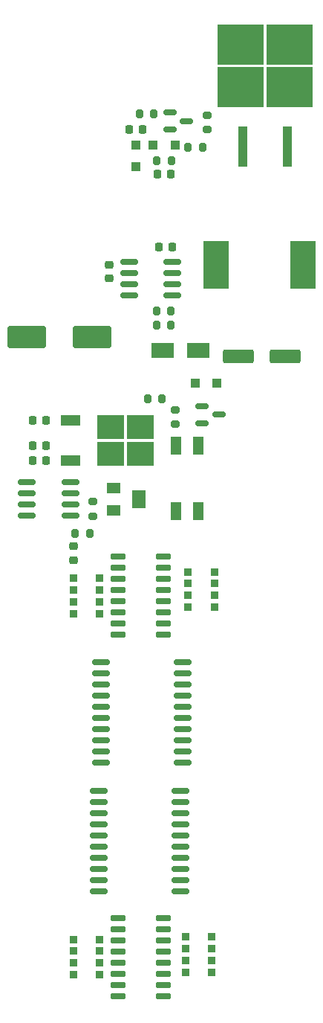
<source format=gbr>
%TF.GenerationSoftware,KiCad,Pcbnew,(6.0.4-0)*%
%TF.CreationDate,2022-05-12T09:35:13+12:00*%
%TF.ProjectId,controller,636f6e74-726f-46c6-9c65-722e6b696361,0.9*%
%TF.SameCoordinates,PX490d2c0PY2ebae40*%
%TF.FileFunction,Paste,Top*%
%TF.FilePolarity,Positive*%
%FSLAX46Y46*%
G04 Gerber Fmt 4.6, Leading zero omitted, Abs format (unit mm)*
G04 Created by KiCad (PCBNEW (6.0.4-0)) date 2022-05-12 09:35:13*
%MOMM*%
%LPD*%
G01*
G04 APERTURE LIST*
G04 Aperture macros list*
%AMRoundRect*
0 Rectangle with rounded corners*
0 $1 Rounding radius*
0 $2 $3 $4 $5 $6 $7 $8 $9 X,Y pos of 4 corners*
0 Add a 4 corners polygon primitive as box body*
4,1,4,$2,$3,$4,$5,$6,$7,$8,$9,$2,$3,0*
0 Add four circle primitives for the rounded corners*
1,1,$1+$1,$2,$3*
1,1,$1+$1,$4,$5*
1,1,$1+$1,$6,$7*
1,1,$1+$1,$8,$9*
0 Add four rect primitives between the rounded corners*
20,1,$1+$1,$2,$3,$4,$5,0*
20,1,$1+$1,$4,$5,$6,$7,0*
20,1,$1+$1,$6,$7,$8,$9,0*
20,1,$1+$1,$8,$9,$2,$3,0*%
G04 Aperture macros list end*
%ADD10RoundRect,0.250000X1.500000X0.550000X-1.500000X0.550000X-1.500000X-0.550000X1.500000X-0.550000X0*%
%ADD11RoundRect,0.225000X-0.225000X-0.250000X0.225000X-0.250000X0.225000X0.250000X-0.225000X0.250000X0*%
%ADD12R,0.900000X0.900000*%
%ADD13R,1.600000X1.300000*%
%ADD14R,1.600000X2.000000*%
%ADD15RoundRect,0.200000X0.200000X0.275000X-0.200000X0.275000X-0.200000X-0.275000X0.200000X-0.275000X0*%
%ADD16RoundRect,0.150000X-0.875000X-0.150000X0.875000X-0.150000X0.875000X0.150000X-0.875000X0.150000X0*%
%ADD17R,3.050000X2.750000*%
%ADD18R,2.200000X1.200000*%
%ADD19RoundRect,0.200000X0.275000X-0.200000X0.275000X0.200000X-0.275000X0.200000X-0.275000X-0.200000X0*%
%ADD20RoundRect,0.225000X0.225000X0.250000X-0.225000X0.250000X-0.225000X-0.250000X0.225000X-0.250000X0*%
%ADD21R,2.900000X5.400000*%
%ADD22R,5.250000X4.550000*%
%ADD23R,1.100000X4.600000*%
%ADD24R,1.000000X1.000000*%
%ADD25RoundRect,0.200000X-0.275000X0.200000X-0.275000X-0.200000X0.275000X-0.200000X0.275000X0.200000X0*%
%ADD26RoundRect,0.250000X1.950000X1.000000X-1.950000X1.000000X-1.950000X-1.000000X1.950000X-1.000000X0*%
%ADD27R,1.200000X2.000000*%
%ADD28R,2.500000X1.800000*%
%ADD29RoundRect,0.225000X-0.250000X0.225000X-0.250000X-0.225000X0.250000X-0.225000X0.250000X0.225000X0*%
%ADD30RoundRect,0.150000X-0.587500X-0.150000X0.587500X-0.150000X0.587500X0.150000X-0.587500X0.150000X0*%
%ADD31RoundRect,0.150000X0.725000X0.150000X-0.725000X0.150000X-0.725000X-0.150000X0.725000X-0.150000X0*%
%ADD32RoundRect,0.200000X-0.200000X-0.275000X0.200000X-0.275000X0.200000X0.275000X-0.200000X0.275000X0*%
%ADD33RoundRect,0.150000X-0.825000X-0.150000X0.825000X-0.150000X0.825000X0.150000X-0.825000X0.150000X0*%
G04 APERTURE END LIST*
D10*
%TO.C,C6*%
X38768000Y-38862000D03*
X33368000Y-38862000D03*
%TD*%
D11*
%TO.C,C3*%
X20925000Y-13000000D03*
X22475000Y-13000000D03*
%TD*%
D12*
%TO.C,RN2*%
X14581000Y-64110000D03*
X14581000Y-65450000D03*
X14581000Y-66770000D03*
X14581000Y-68110000D03*
X17581000Y-68110000D03*
X17581000Y-66770000D03*
X17581000Y-65450000D03*
X17581000Y-64110000D03*
%TD*%
D13*
%TO.C,RV1*%
X19140000Y-53828000D03*
D14*
X22040000Y-55078000D03*
D13*
X19140000Y-56328000D03*
%TD*%
D15*
%TO.C,R7*%
X24701000Y-43688000D03*
X23051000Y-43688000D03*
%TD*%
D16*
%TO.C,U3*%
X17509560Y-88277440D03*
X17509560Y-89547440D03*
X17509560Y-90817440D03*
X17509560Y-92087440D03*
X17509560Y-93357440D03*
X17509560Y-94627440D03*
X17509560Y-95897440D03*
X17509560Y-97167440D03*
X17509560Y-98437440D03*
X17509560Y-99707440D03*
X26809560Y-99707440D03*
X26809560Y-98437440D03*
X26809560Y-97167440D03*
X26809560Y-95897440D03*
X26809560Y-94627440D03*
X26809560Y-93357440D03*
X26809560Y-92087440D03*
X26809560Y-90817440D03*
X26809560Y-89547440D03*
X26809560Y-88277440D03*
%TD*%
D17*
%TO.C,U6*%
X22215000Y-49903000D03*
X18865000Y-46853000D03*
X22215000Y-46853000D03*
X18865000Y-49903000D03*
D18*
X14240000Y-46098000D03*
X14240000Y-50658000D03*
%TD*%
D15*
%TO.C,R4*%
X25725000Y-35300000D03*
X24075000Y-35300000D03*
%TD*%
D19*
%TO.C,R5*%
X29826000Y-13039000D03*
X29826000Y-11389000D03*
%TD*%
D20*
%TO.C,C10*%
X11465000Y-50678000D03*
X9915000Y-50678000D03*
%TD*%
D15*
%TO.C,R9*%
X16427000Y-58950000D03*
X14777000Y-58950000D03*
%TD*%
D21*
%TO.C,L1*%
X30850000Y-28450000D03*
X40750000Y-28450000D03*
%TD*%
D22*
%TO.C,Q2*%
X39200000Y-8200000D03*
X33650000Y-3350000D03*
X39200000Y-3350000D03*
X33650000Y-8200000D03*
D23*
X33885000Y-14925000D03*
X38965000Y-14925000D03*
%TD*%
D24*
%TO.C,D2*%
X26175000Y-14800000D03*
X23675000Y-14800000D03*
%TD*%
%TO.C,D1*%
X21700000Y-14750000D03*
X21700000Y-17250000D03*
%TD*%
D15*
%TO.C,R2*%
X25750000Y-16600000D03*
X24100000Y-16600000D03*
%TD*%
D25*
%TO.C,R8*%
X26162000Y-44895000D03*
X26162000Y-46545000D03*
%TD*%
D26*
%TO.C,C1*%
X16700000Y-36598000D03*
X9300000Y-36598000D03*
%TD*%
D27*
%TO.C,LF1*%
X26310000Y-56478000D03*
X28850000Y-56478000D03*
X28850000Y-48978000D03*
X26310000Y-48978000D03*
%TD*%
D28*
%TO.C,D3*%
X28800000Y-38200000D03*
X24800000Y-38200000D03*
%TD*%
D29*
%TO.C,C2*%
X18700000Y-28425000D03*
X18700000Y-29975000D03*
%TD*%
D12*
%TO.C,RN3*%
X27389000Y-104910000D03*
X27389000Y-106250000D03*
X27389000Y-107570000D03*
X27389000Y-108910000D03*
X30389000Y-108910000D03*
X30389000Y-107570000D03*
X30389000Y-106250000D03*
X30389000Y-104910000D03*
%TD*%
%TO.C,RN1*%
X14573000Y-105182000D03*
X14573000Y-106522000D03*
X14573000Y-107842000D03*
X14573000Y-109182000D03*
X17573000Y-109182000D03*
X17573000Y-107842000D03*
X17573000Y-106522000D03*
X17573000Y-105182000D03*
%TD*%
D20*
%TO.C,C4*%
X25700000Y-18100000D03*
X24150000Y-18100000D03*
%TD*%
%TO.C,C7*%
X11465000Y-46078000D03*
X9915000Y-46078000D03*
%TD*%
D30*
%TO.C,Q3*%
X29288500Y-44516000D03*
X29288500Y-46416000D03*
X31163500Y-45466000D03*
%TD*%
D12*
%TO.C,RN4*%
X30681000Y-67360000D03*
X30681000Y-66020000D03*
X30681000Y-64700000D03*
X30681000Y-63360000D03*
X27681000Y-63360000D03*
X27681000Y-64700000D03*
X27681000Y-66020000D03*
X27681000Y-67360000D03*
%TD*%
D11*
%TO.C,C5*%
X24325000Y-26400000D03*
X25875000Y-26400000D03*
%TD*%
D29*
%TO.C,C9*%
X14586000Y-60461000D03*
X14586000Y-62011000D03*
%TD*%
D31*
%TO.C,U7*%
X24860000Y-70505000D03*
X24860000Y-69235000D03*
X24860000Y-67965000D03*
X24860000Y-66695000D03*
X24860000Y-65425000D03*
X24860000Y-64155000D03*
X24860000Y-62885000D03*
X24860000Y-61615000D03*
X19710000Y-61615000D03*
X19710000Y-62885000D03*
X19710000Y-64155000D03*
X19710000Y-65425000D03*
X19710000Y-66695000D03*
X19710000Y-67965000D03*
X19710000Y-69235000D03*
X19710000Y-70505000D03*
%TD*%
D32*
%TO.C,R1*%
X22100000Y-11250000D03*
X23750000Y-11250000D03*
%TD*%
D19*
%TO.C,R10*%
X16790000Y-57003000D03*
X16790000Y-55353000D03*
%TD*%
D24*
%TO.C,D4*%
X30968000Y-41910000D03*
X28468000Y-41910000D03*
%TD*%
D33*
%TO.C,U4*%
X9305000Y-53183000D03*
X9305000Y-54453000D03*
X9305000Y-55723000D03*
X9305000Y-56993000D03*
X14255000Y-56993000D03*
X14255000Y-55723000D03*
X14255000Y-54453000D03*
X14255000Y-53183000D03*
%TD*%
%TO.C,U1*%
X20925000Y-28095000D03*
X20925000Y-29365000D03*
X20925000Y-30635000D03*
X20925000Y-31905000D03*
X25875000Y-31905000D03*
X25875000Y-30635000D03*
X25875000Y-29365000D03*
X25875000Y-28095000D03*
%TD*%
D30*
%TO.C,Q1*%
X25587500Y-11100000D03*
X25587500Y-13000000D03*
X27462500Y-12050000D03*
%TD*%
D31*
%TO.C,U5*%
X24860000Y-111627000D03*
X24860000Y-110357000D03*
X24860000Y-109087000D03*
X24860000Y-107817000D03*
X24860000Y-106547000D03*
X24860000Y-105277000D03*
X24860000Y-104007000D03*
X24860000Y-102737000D03*
X19710000Y-102737000D03*
X19710000Y-104007000D03*
X19710000Y-105277000D03*
X19710000Y-106547000D03*
X19710000Y-107817000D03*
X19710000Y-109087000D03*
X19710000Y-110357000D03*
X19710000Y-111627000D03*
%TD*%
D32*
%TO.C,R3*%
X24075000Y-33700000D03*
X25725000Y-33700000D03*
%TD*%
D16*
%TO.C,U2*%
X17759560Y-73606440D03*
X17759560Y-74876440D03*
X17759560Y-76146440D03*
X17759560Y-77416440D03*
X17759560Y-78686440D03*
X17759560Y-79956440D03*
X17759560Y-81226440D03*
X17759560Y-82496440D03*
X17759560Y-83766440D03*
X17759560Y-85036440D03*
X27059560Y-85036440D03*
X27059560Y-83766440D03*
X27059560Y-82496440D03*
X27059560Y-81226440D03*
X27059560Y-79956440D03*
X27059560Y-78686440D03*
X27059560Y-77416440D03*
X27059560Y-76146440D03*
X27059560Y-74876440D03*
X27059560Y-73606440D03*
%TD*%
D32*
%TO.C,R6*%
X27675000Y-15008000D03*
X29325000Y-15008000D03*
%TD*%
D20*
%TO.C,C8*%
X11465000Y-48978000D03*
X9915000Y-48978000D03*
%TD*%
M02*

</source>
